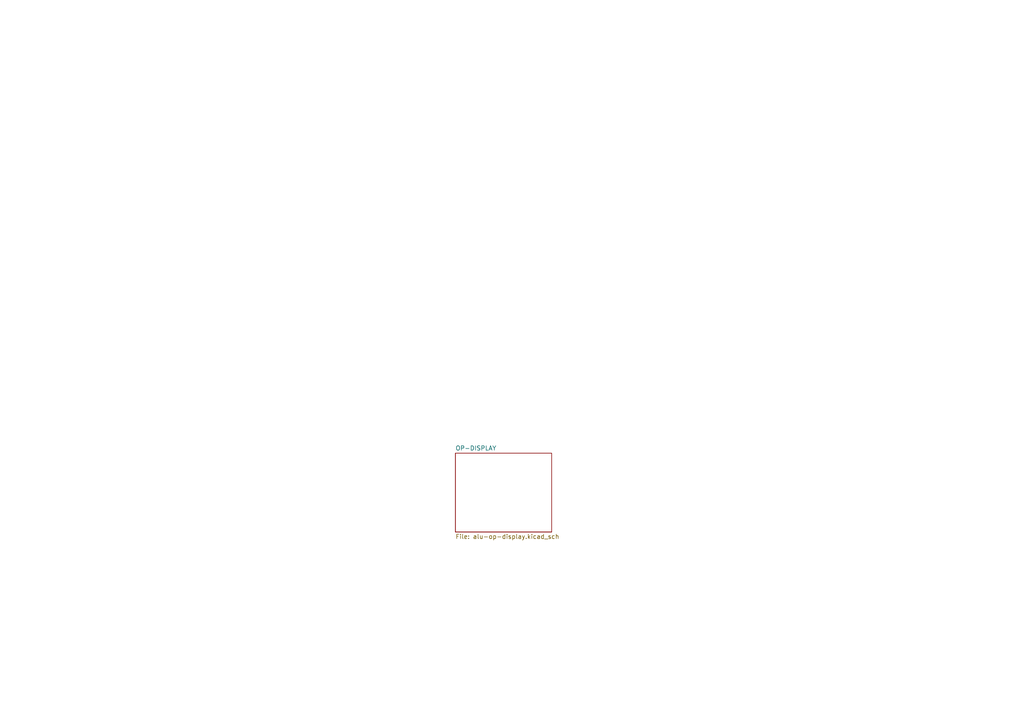
<source format=kicad_sch>
(kicad_sch (version 20211123) (generator eeschema)
  (paper "A4")
  (title_block (company "Devalgo"))
  (lib_symbols)
  (sheet (at 132.08 131.445) (size 27.94 22.86)
    (property "Sheet name" "OP-DISPLAY" (at 132.08 130.7334 0) (effects (justify left bottom)))
    (property "Sheet file" "alu-op-display.kicad_sch" (at 132.08 154.8896 0) (effects (justify left top)))
  )
)
</source>
